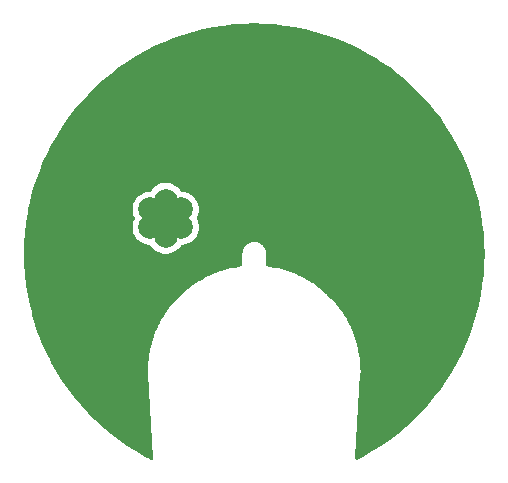
<source format=gtl>
%TF.GenerationSoftware,KiCad,Pcbnew,8.0.7*%
%TF.CreationDate,2024-12-04T21:31:05-06:00*%
%TF.ProjectId,b2,62322e6b-6963-4616-945f-706362585858,rev?*%
%TF.SameCoordinates,Original*%
%TF.FileFunction,Copper,L1,Top*%
%TF.FilePolarity,Positive*%
%FSLAX46Y46*%
G04 Gerber Fmt 4.6, Leading zero omitted, Abs format (unit mm)*
G04 Created by KiCad (PCBNEW 8.0.7) date 2024-12-04 21:31:05*
%MOMM*%
%LPD*%
G01*
G04 APERTURE LIST*
%TA.AperFunction,ComponentPad*%
%ADD10C,4.500000*%
%TD*%
%TA.AperFunction,ComponentPad*%
%ADD11C,1.000000*%
%TD*%
%TA.AperFunction,ComponentPad*%
%ADD12C,1.600000*%
%TD*%
%TA.AperFunction,ComponentPad*%
%ADD13C,2.000000*%
%TD*%
G04 APERTURE END LIST*
D10*
%TO.P,T1,1*%
%TO.N,GND*%
X100000000Y-44000000D03*
%TD*%
D11*
%TO.P,T21,1*%
%TO.N,GND*%
X93750000Y-34250000D03*
%TD*%
D12*
%TO.P,T18,1*%
%TO.N,GND*%
X90500000Y-65588457D03*
%TD*%
%TO.P,T16,1*%
%TO.N,GND*%
X109500000Y-65588457D03*
%TD*%
%TO.P,T20,1*%
%TO.N,GND*%
X82000000Y-50000000D03*
%TD*%
D13*
%TO.P,T51,1*%
%TO.N,+3V0*%
X92500000Y-45500000D03*
%TD*%
D12*
%TO.P,T19,1*%
%TO.N,GND*%
X84411542Y-59000000D03*
%TD*%
D13*
%TO.P,T53,1*%
%TO.N,+3V0*%
X93799038Y-47750000D03*
%TD*%
D11*
%TO.P,T21,1*%
%TO.N,GND*%
X96950000Y-45450000D03*
%TD*%
D12*
%TO.P,T21,1*%
%TO.N,GND*%
X84411542Y-41000000D03*
%TD*%
D13*
%TO.P,T54,1*%
%TO.N,+3V0*%
X92500000Y-48500000D03*
%TD*%
D11*
%TO.P,T21,1*%
%TO.N,GND*%
X101250000Y-39750000D03*
%TD*%
D13*
%TO.P,T52,1*%
%TO.N,+3V0*%
X93799038Y-46250000D03*
%TD*%
D12*
%TO.P,T13,1*%
%TO.N,GND*%
X115588457Y-41000000D03*
%TD*%
%TO.P,T22,1*%
%TO.N,GND*%
X91000000Y-34411542D03*
%TD*%
D13*
%TO.P,T56,1*%
%TO.N,+3V0*%
X91200961Y-46250000D03*
%TD*%
D11*
%TO.P,T21,1*%
%TO.N,GND*%
X93750000Y-39750000D03*
%TD*%
D12*
%TO.P,T14,1*%
%TO.N,GND*%
X118000000Y-50000000D03*
%TD*%
%TO.P,T15,1*%
%TO.N,GND*%
X115588457Y-59000000D03*
%TD*%
D13*
%TO.P,T51,1*%
%TO.N,+3V0*%
X92500000Y-47000000D03*
%TD*%
D12*
%TO.P,T12,1*%
%TO.N,GND*%
X109000000Y-34411542D03*
%TD*%
D11*
%TO.P,T21,1*%
%TO.N,GND*%
X101250000Y-34250000D03*
%TD*%
%TO.P,T21,1*%
%TO.N,GND*%
X98275000Y-47050000D03*
%TD*%
D13*
%TO.P,T55,1*%
%TO.N,+3V0*%
X91200961Y-47750000D03*
%TD*%
%TA.AperFunction,Conductor*%
%TO.N,GND*%
G36*
X100872098Y-30520199D02*
G01*
X100877594Y-30520446D01*
X101745187Y-30578940D01*
X101750651Y-30579432D01*
X102614719Y-30676790D01*
X102620184Y-30677530D01*
X103479023Y-30813556D01*
X103484438Y-30814538D01*
X104336306Y-30988960D01*
X104341680Y-30990187D01*
X105184874Y-31202653D01*
X105190224Y-31204130D01*
X106022980Y-31454195D01*
X106028223Y-31455897D01*
X106814621Y-31731070D01*
X106848980Y-31743093D01*
X106854189Y-31745049D01*
X107661170Y-32068753D01*
X107666273Y-32070934D01*
X108457928Y-32430520D01*
X108462903Y-32432916D01*
X109118756Y-32767089D01*
X109237665Y-32827676D01*
X109242565Y-32830313D01*
X109998799Y-33259415D01*
X110003566Y-33262263D01*
X110309450Y-33454462D01*
X110739786Y-33724860D01*
X110744430Y-33727926D01*
X111459160Y-34223093D01*
X111463662Y-34226364D01*
X112155434Y-34753080D01*
X112159784Y-34756549D01*
X112827253Y-35313791D01*
X112831439Y-35317448D01*
X113395238Y-35832783D01*
X113473245Y-35904085D01*
X113477267Y-35907931D01*
X114092067Y-36522731D01*
X114095913Y-36526753D01*
X114682535Y-37168543D01*
X114686196Y-37172733D01*
X115243449Y-37840213D01*
X115246918Y-37844564D01*
X115773644Y-38536349D01*
X115776915Y-38540851D01*
X116272065Y-39255558D01*
X116275131Y-39260202D01*
X116737735Y-39996432D01*
X116740589Y-40001209D01*
X117169686Y-40757434D01*
X117172323Y-40762334D01*
X117567066Y-41537059D01*
X117569480Y-41542073D01*
X117929064Y-42333725D01*
X117931251Y-42338842D01*
X118254954Y-43145825D01*
X118256909Y-43151034D01*
X118544091Y-43971749D01*
X118545811Y-43977042D01*
X118795866Y-44809767D01*
X118797347Y-44815131D01*
X119009805Y-45658293D01*
X119011043Y-45663718D01*
X119185454Y-46515530D01*
X119186447Y-46521005D01*
X119322461Y-47379769D01*
X119323208Y-47385283D01*
X119420562Y-48249309D01*
X119421061Y-48254852D01*
X119479550Y-49122372D01*
X119479800Y-49127931D01*
X119499311Y-49997217D01*
X119499311Y-50002781D01*
X119479800Y-50872067D01*
X119479550Y-50877626D01*
X119421061Y-51745146D01*
X119420562Y-51750689D01*
X119323208Y-52614715D01*
X119322461Y-52620229D01*
X119186447Y-53478993D01*
X119185454Y-53484468D01*
X119011043Y-54336280D01*
X119009805Y-54341705D01*
X118797347Y-55184867D01*
X118795866Y-55190231D01*
X118545811Y-56022956D01*
X118544091Y-56028249D01*
X118256909Y-56848964D01*
X118254954Y-56854173D01*
X117931251Y-57661156D01*
X117929064Y-57666273D01*
X117569480Y-58457925D01*
X117567066Y-58462939D01*
X117172323Y-59237664D01*
X117169686Y-59242564D01*
X116740589Y-59998789D01*
X116737735Y-60003566D01*
X116275131Y-60739796D01*
X116272065Y-60744440D01*
X115776915Y-61459147D01*
X115773644Y-61463649D01*
X115246918Y-62155434D01*
X115243449Y-62159785D01*
X114686196Y-62827265D01*
X114682535Y-62831455D01*
X114095913Y-63473245D01*
X114092067Y-63477267D01*
X113477267Y-64092067D01*
X113473245Y-64095913D01*
X112831444Y-64682546D01*
X112827253Y-64686207D01*
X112159784Y-65243449D01*
X112155434Y-65246918D01*
X111463662Y-65773634D01*
X111459160Y-65776905D01*
X110744430Y-66272072D01*
X110739786Y-66275138D01*
X110003576Y-66737729D01*
X109998799Y-66740583D01*
X109242565Y-67169685D01*
X109237665Y-67172322D01*
X108742907Y-67424414D01*
X108674238Y-67437310D01*
X108609497Y-67411034D01*
X108569240Y-67353927D01*
X108562835Y-67306499D01*
X108570889Y-67172322D01*
X108996455Y-60082375D01*
X108999431Y-60061827D01*
X109002458Y-60048766D01*
X109001211Y-60012288D01*
X109001362Y-60000628D01*
X109001472Y-59998799D01*
X109003549Y-59964214D01*
X109000861Y-59951077D01*
X108998416Y-59930457D01*
X108991043Y-59714621D01*
X108982461Y-59463414D01*
X108983961Y-59439513D01*
X108984799Y-59434302D01*
X108980242Y-59389976D01*
X108979665Y-59381541D01*
X108978144Y-59336998D01*
X108976603Y-59331944D01*
X108971861Y-59308457D01*
X108964838Y-59240141D01*
X108924903Y-58851682D01*
X108924769Y-58827730D01*
X108925249Y-58822476D01*
X108917677Y-58778563D01*
X108916525Y-58770177D01*
X108911969Y-58725854D01*
X108911968Y-58725852D01*
X108910087Y-58720917D01*
X108903754Y-58697811D01*
X108862832Y-58460471D01*
X108825734Y-58245309D01*
X108823964Y-58221421D01*
X108824085Y-58216141D01*
X108813531Y-58172835D01*
X108811813Y-58164563D01*
X108804242Y-58120650D01*
X108802029Y-58115857D01*
X108794132Y-58093234D01*
X108685416Y-57647115D01*
X108682019Y-57623399D01*
X108681779Y-57618123D01*
X108668300Y-57575656D01*
X108666014Y-57567499D01*
X108655465Y-57524208D01*
X108652932Y-57519581D01*
X108643512Y-57497554D01*
X108504601Y-57059881D01*
X108499594Y-57036451D01*
X108498995Y-57031214D01*
X108498995Y-57031210D01*
X108489829Y-57007968D01*
X108482648Y-56989755D01*
X108479813Y-56981780D01*
X108479813Y-56981779D01*
X108466334Y-56939310D01*
X108463479Y-56934847D01*
X108452585Y-56913522D01*
X108284135Y-56486365D01*
X108277541Y-56463337D01*
X108276584Y-56458140D01*
X108257451Y-56417909D01*
X108254078Y-56410144D01*
X108237726Y-56368680D01*
X108234581Y-56364433D01*
X108222251Y-56343894D01*
X108168038Y-56229901D01*
X108025044Y-55929229D01*
X108016894Y-55906702D01*
X108015585Y-55901583D01*
X108015582Y-55901577D01*
X107993739Y-55862729D01*
X107989850Y-55855224D01*
X107970713Y-55814985D01*
X107967288Y-55810965D01*
X107953585Y-55791317D01*
X107728533Y-55391060D01*
X107718865Y-55369142D01*
X107717213Y-55364134D01*
X107692764Y-55326859D01*
X107688385Y-55319659D01*
X107666537Y-55280801D01*
X107662844Y-55277023D01*
X107647832Y-55258355D01*
X107603149Y-55190231D01*
X107395992Y-54874395D01*
X107384851Y-54853188D01*
X107382859Y-54848300D01*
X107355933Y-54812793D01*
X107351051Y-54805877D01*
X107326613Y-54768618D01*
X107326612Y-54768617D01*
X107322669Y-54765099D01*
X107306420Y-54747500D01*
X107213946Y-54625555D01*
X107028968Y-54381624D01*
X107016405Y-54361226D01*
X107014085Y-54356488D01*
X107014084Y-54356487D01*
X107014084Y-54356486D01*
X106984799Y-54322900D01*
X106979457Y-54316333D01*
X106952535Y-54280831D01*
X106952531Y-54280827D01*
X106948353Y-54277583D01*
X106930940Y-54261133D01*
X106629176Y-53915055D01*
X106615245Y-53895556D01*
X106612606Y-53890985D01*
X106612606Y-53890984D01*
X106612605Y-53890983D01*
X106612604Y-53890981D01*
X106581102Y-53859480D01*
X106575322Y-53853291D01*
X106546037Y-53819706D01*
X106546036Y-53819705D01*
X106546035Y-53819704D01*
X106541643Y-53816751D01*
X106523153Y-53801531D01*
X106198468Y-53476846D01*
X106183243Y-53458348D01*
X106180297Y-53453966D01*
X106180294Y-53453963D01*
X106146697Y-53424668D01*
X106140524Y-53418902D01*
X106109017Y-53387394D01*
X106109015Y-53387392D01*
X106104433Y-53384747D01*
X106084946Y-53370824D01*
X105738861Y-53069053D01*
X105722410Y-53051638D01*
X105719171Y-53047467D01*
X105719172Y-53047467D01*
X105683671Y-53020546D01*
X105677104Y-53015203D01*
X105643521Y-52985920D01*
X105643519Y-52985919D01*
X105643517Y-52985918D01*
X105643515Y-52985916D01*
X105638760Y-52983587D01*
X105618374Y-52971030D01*
X105252498Y-52693577D01*
X105234899Y-52677328D01*
X105231382Y-52673386D01*
X105194122Y-52648947D01*
X105187207Y-52644066D01*
X105151702Y-52617142D01*
X105151700Y-52617141D01*
X105146804Y-52615145D01*
X105125600Y-52604004D01*
X104741644Y-52352166D01*
X104722975Y-52337154D01*
X104719200Y-52333464D01*
X104719199Y-52333463D01*
X104680370Y-52311630D01*
X104673147Y-52307238D01*
X104635867Y-52282787D01*
X104630841Y-52281128D01*
X104608931Y-52271462D01*
X104208684Y-52046415D01*
X104189034Y-52032711D01*
X104185015Y-52029286D01*
X104144760Y-52010141D01*
X104137253Y-52006251D01*
X104098418Y-51984415D01*
X104098414Y-51984414D01*
X104093300Y-51983106D01*
X104070773Y-51974955D01*
X103656102Y-51777746D01*
X103635567Y-51765419D01*
X103631316Y-51762271D01*
X103631312Y-51762269D01*
X103589861Y-51745923D01*
X103582096Y-51742551D01*
X103541860Y-51723416D01*
X103541861Y-51723416D01*
X103539670Y-51723012D01*
X103536665Y-51722459D01*
X103513640Y-51715865D01*
X103086471Y-51547411D01*
X103065139Y-51536512D01*
X103063371Y-51535381D01*
X103060690Y-51533666D01*
X103018214Y-51520185D01*
X103010238Y-51517350D01*
X102968793Y-51501006D01*
X102968791Y-51501005D01*
X102968790Y-51501005D01*
X102968789Y-51501004D01*
X102968786Y-51501004D01*
X102963544Y-51500405D01*
X102940117Y-51495398D01*
X102502454Y-51356490D01*
X102480426Y-51347070D01*
X102475794Y-51344534D01*
X102475790Y-51344533D01*
X102432497Y-51333983D01*
X102424344Y-51331699D01*
X102381876Y-51318220D01*
X102376598Y-51317980D01*
X102352892Y-51314583D01*
X102041990Y-51238819D01*
X101906768Y-51205867D01*
X101884150Y-51197973D01*
X101879357Y-51195760D01*
X101879344Y-51195756D01*
X101835421Y-51188182D01*
X101827135Y-51186461D01*
X101783855Y-51175914D01*
X101778578Y-51176035D01*
X101754688Y-51174264D01*
X101307600Y-51097178D01*
X101283518Y-51090352D01*
X101282673Y-51090136D01*
X101233020Y-51084156D01*
X101226778Y-51083243D01*
X101177528Y-51074751D01*
X101176689Y-51074718D01*
X101151636Y-51074356D01*
X101109675Y-51069303D01*
X101045470Y-51041744D01*
X101006356Y-50983849D01*
X101000500Y-50946192D01*
X101000500Y-50037199D01*
X101001377Y-50022478D01*
X101004783Y-49993991D01*
X101001762Y-49972978D01*
X101000500Y-49955333D01*
X101000500Y-49934109D01*
X101000499Y-49934105D01*
X100993074Y-49906394D01*
X100990111Y-49891954D01*
X100985663Y-49861013D01*
X100984481Y-49847796D01*
X100984242Y-49841125D01*
X100984243Y-49841118D01*
X100974544Y-49783439D01*
X100974098Y-49780579D01*
X100974094Y-49780553D01*
X100965774Y-49722682D01*
X100965772Y-49722678D01*
X100964149Y-49716898D01*
X100962390Y-49711160D01*
X100962390Y-49711158D01*
X100938104Y-49657978D01*
X100936923Y-49655309D01*
X100913897Y-49601538D01*
X100913896Y-49601537D01*
X100913895Y-49601534D01*
X100911877Y-49598133D01*
X100900863Y-49574014D01*
X100899614Y-49570261D01*
X100874047Y-49517631D01*
X100872788Y-49514958D01*
X100848526Y-49461830D01*
X100848526Y-49461829D01*
X100848524Y-49461826D01*
X100845339Y-49456739D01*
X100842030Y-49451721D01*
X100842030Y-49451720D01*
X100803705Y-49407491D01*
X100801845Y-49405292D01*
X100764621Y-49360207D01*
X100761718Y-49357504D01*
X100744359Y-49337470D01*
X100742099Y-49334215D01*
X100702766Y-49290948D01*
X100700806Y-49288739D01*
X100662531Y-49244567D01*
X100658028Y-49240571D01*
X100653461Y-49236708D01*
X100653454Y-49236704D01*
X100653453Y-49236702D01*
X100604276Y-49205097D01*
X100601826Y-49203481D01*
X100553391Y-49170700D01*
X100549846Y-49168926D01*
X100527550Y-49154596D01*
X100524466Y-49152110D01*
X100474545Y-49121681D01*
X100472047Y-49120118D01*
X100422865Y-49088511D01*
X100417438Y-49085954D01*
X100411941Y-49083522D01*
X100355862Y-49067056D01*
X100353043Y-49066191D01*
X100297344Y-49048386D01*
X100293420Y-49047678D01*
X100268002Y-49040212D01*
X100264343Y-49038696D01*
X100207841Y-49023556D01*
X100205002Y-49022759D01*
X100148942Y-49006298D01*
X100142998Y-49005371D01*
X100137050Y-49004589D01*
X100137049Y-49004589D01*
X100078607Y-49004589D01*
X100075656Y-49004554D01*
X100068822Y-49004391D01*
X100017194Y-49003162D01*
X100017193Y-49003162D01*
X100017187Y-49003162D01*
X100013242Y-49003586D01*
X99986758Y-49003586D01*
X99982812Y-49003162D01*
X99982806Y-49003162D01*
X99932164Y-49004367D01*
X99924344Y-49004554D01*
X99921393Y-49004589D01*
X99862942Y-49004589D01*
X99857060Y-49005362D01*
X99851063Y-49006298D01*
X99851059Y-49006298D01*
X99851059Y-49006299D01*
X99824196Y-49014186D01*
X99795006Y-49022757D01*
X99792169Y-49023553D01*
X99735658Y-49038696D01*
X99731991Y-49040215D01*
X99706582Y-49047677D01*
X99702668Y-49048383D01*
X99702659Y-49048386D01*
X99646959Y-49066191D01*
X99644148Y-49067052D01*
X99588061Y-49083521D01*
X99582548Y-49085959D01*
X99577131Y-49088512D01*
X99527960Y-49120112D01*
X99525462Y-49121676D01*
X99475534Y-49152110D01*
X99472439Y-49154604D01*
X99450153Y-49168926D01*
X99446607Y-49170700D01*
X99398181Y-49203476D01*
X99395721Y-49205098D01*
X99346547Y-49236700D01*
X99341967Y-49240574D01*
X99337465Y-49244570D01*
X99299195Y-49288736D01*
X99297239Y-49290941D01*
X99257895Y-49334221D01*
X99255623Y-49337493D01*
X99238289Y-49357495D01*
X99235384Y-49360200D01*
X99198157Y-49405286D01*
X99196255Y-49407535D01*
X99157963Y-49451728D01*
X99154680Y-49456704D01*
X99151473Y-49461828D01*
X99127187Y-49515007D01*
X99125931Y-49517672D01*
X99100386Y-49570261D01*
X99099130Y-49574034D01*
X99088126Y-49598128D01*
X99086100Y-49601541D01*
X99063075Y-49655309D01*
X99061883Y-49658003D01*
X99037609Y-49711156D01*
X99035856Y-49716874D01*
X99034225Y-49722687D01*
X99025904Y-49780553D01*
X99025450Y-49783465D01*
X99015755Y-49841114D01*
X99015517Y-49847806D01*
X99014334Y-49861029D01*
X99009887Y-49891955D01*
X99006924Y-49906398D01*
X98999500Y-49934102D01*
X98999500Y-49955331D01*
X98998238Y-49972978D01*
X98995216Y-49993990D01*
X98998623Y-50022478D01*
X98999500Y-50037199D01*
X98999500Y-50946192D01*
X98979815Y-51013231D01*
X98927011Y-51058986D01*
X98890325Y-51069303D01*
X98848363Y-51074356D01*
X98823351Y-51074716D01*
X98822468Y-51074751D01*
X98773203Y-51083245D01*
X98766963Y-51084158D01*
X98717328Y-51090136D01*
X98716518Y-51090343D01*
X98692406Y-51097176D01*
X98245310Y-51174264D01*
X98221420Y-51176035D01*
X98216141Y-51175914D01*
X98216139Y-51175915D01*
X98172852Y-51186463D01*
X98164568Y-51188184D01*
X98120652Y-51195756D01*
X98120650Y-51195757D01*
X98115849Y-51197974D01*
X98093235Y-51205866D01*
X97647112Y-51314583D01*
X97623402Y-51317980D01*
X97618124Y-51318220D01*
X97575647Y-51331702D01*
X97567495Y-51333986D01*
X97524207Y-51344535D01*
X97519564Y-51347076D01*
X97497553Y-51356486D01*
X97059880Y-51495398D01*
X97036455Y-51500405D01*
X97031211Y-51501004D01*
X96989758Y-51517350D01*
X96981788Y-51520183D01*
X96939308Y-51533666D01*
X96939303Y-51533669D01*
X96934848Y-51536519D01*
X96913526Y-51547412D01*
X96486363Y-51715864D01*
X96463343Y-51722457D01*
X96458143Y-51723415D01*
X96458139Y-51723416D01*
X96435988Y-51733950D01*
X96417896Y-51742554D01*
X96410143Y-51745922D01*
X96368680Y-51762273D01*
X96364431Y-51765420D01*
X96343899Y-51777745D01*
X95929230Y-51974953D01*
X95906711Y-51983102D01*
X95901585Y-51984413D01*
X95901584Y-51984413D01*
X95862726Y-52006261D01*
X95855216Y-52010152D01*
X95814990Y-52029284D01*
X95814976Y-52029293D01*
X95810959Y-52032716D01*
X95791318Y-52046412D01*
X95391063Y-52271463D01*
X95369158Y-52281128D01*
X95364136Y-52282785D01*
X95326873Y-52307225D01*
X95319646Y-52311619D01*
X95280803Y-52333461D01*
X95280800Y-52333463D01*
X95277017Y-52337161D01*
X95258358Y-52352164D01*
X94874393Y-52604007D01*
X94853197Y-52615144D01*
X94848304Y-52617138D01*
X94848296Y-52617142D01*
X94812790Y-52644067D01*
X94805879Y-52648946D01*
X94768619Y-52673385D01*
X94768614Y-52673390D01*
X94765098Y-52677331D01*
X94747503Y-52693576D01*
X94381624Y-52971030D01*
X94361238Y-52983588D01*
X94356490Y-52985913D01*
X94356484Y-52985917D01*
X94322901Y-53015199D01*
X94316337Y-53020539D01*
X94280832Y-53047463D01*
X94280824Y-53047471D01*
X94277580Y-53051650D01*
X94261136Y-53069055D01*
X93915053Y-53370824D01*
X93895570Y-53384745D01*
X93890985Y-53387392D01*
X93890984Y-53387393D01*
X93859468Y-53418908D01*
X93853285Y-53424682D01*
X93819705Y-53453963D01*
X93819697Y-53453972D01*
X93816750Y-53458356D01*
X93801531Y-53476845D01*
X93476844Y-53801532D01*
X93458355Y-53816751D01*
X93453966Y-53819701D01*
X93453966Y-53819702D01*
X93424680Y-53853287D01*
X93418907Y-53859469D01*
X93387393Y-53890985D01*
X93387389Y-53890990D01*
X93384744Y-53895571D01*
X93370825Y-53915050D01*
X93069052Y-54261138D01*
X93051651Y-54277578D01*
X93047475Y-54280820D01*
X93047464Y-54280832D01*
X93020549Y-54316325D01*
X93015208Y-54322891D01*
X92985915Y-54356486D01*
X92985914Y-54356488D01*
X92983588Y-54361238D01*
X92971030Y-54381624D01*
X92693574Y-54747504D01*
X92677335Y-54765094D01*
X92673389Y-54768615D01*
X92673384Y-54768621D01*
X92648947Y-54805878D01*
X92644066Y-54812793D01*
X92617140Y-54848300D01*
X92617139Y-54848302D01*
X92615145Y-54853196D01*
X92604005Y-54874397D01*
X92352164Y-55258357D01*
X92337161Y-55277016D01*
X92333467Y-55280795D01*
X92333461Y-55280803D01*
X92311626Y-55319634D01*
X92307233Y-55326859D01*
X92282788Y-55364131D01*
X92282786Y-55364135D01*
X92281131Y-55369152D01*
X92271463Y-55391066D01*
X92046414Y-55791316D01*
X92032717Y-55810958D01*
X92029286Y-55814984D01*
X92029284Y-55814987D01*
X92010143Y-55855233D01*
X92006252Y-55862743D01*
X91984415Y-55901581D01*
X91984412Y-55901589D01*
X91983103Y-55906708D01*
X91974954Y-55929226D01*
X91777745Y-56343898D01*
X91765424Y-56364425D01*
X91762271Y-56368682D01*
X91762271Y-56368683D01*
X91745917Y-56410151D01*
X91742547Y-56417908D01*
X91723416Y-56458137D01*
X91723414Y-56458144D01*
X91722457Y-56463340D01*
X91715865Y-56486359D01*
X91547412Y-56913528D01*
X91536516Y-56934854D01*
X91533669Y-56939303D01*
X91533663Y-56939317D01*
X91520186Y-56981779D01*
X91517352Y-56989755D01*
X91501004Y-57031210D01*
X91500405Y-57036455D01*
X91495398Y-57059881D01*
X91356490Y-57497545D01*
X91347073Y-57519569D01*
X91344534Y-57524207D01*
X91333981Y-57567509D01*
X91331698Y-57575656D01*
X91318221Y-57618122D01*
X91318220Y-57618125D01*
X91317980Y-57623400D01*
X91314583Y-57647109D01*
X91205866Y-58093234D01*
X91197976Y-58115845D01*
X91195756Y-58120652D01*
X91188184Y-58164568D01*
X91186463Y-58172852D01*
X91175915Y-58216139D01*
X91175914Y-58216141D01*
X91176035Y-58221420D01*
X91174264Y-58245310D01*
X91096244Y-58697812D01*
X91089917Y-58720904D01*
X91088031Y-58725852D01*
X91083472Y-58770191D01*
X91082319Y-58778575D01*
X91074751Y-58822469D01*
X91074751Y-58822481D01*
X91075231Y-58827741D01*
X91075094Y-58851688D01*
X91028136Y-59308464D01*
X91023399Y-59331934D01*
X91021857Y-59336993D01*
X91021856Y-59336996D01*
X91020333Y-59381551D01*
X91019755Y-59389991D01*
X91015200Y-59434301D01*
X91015200Y-59434302D01*
X91016038Y-59439511D01*
X91017537Y-59463422D01*
X91001582Y-59930460D01*
X90999138Y-59951077D01*
X90996451Y-59964211D01*
X90996450Y-59964217D01*
X90998636Y-60000634D01*
X90998787Y-60012291D01*
X90997542Y-60048764D01*
X90997542Y-60048766D01*
X91000566Y-60061819D01*
X91000568Y-60061827D01*
X91003543Y-60082379D01*
X91437163Y-67306500D01*
X91421531Y-67374599D01*
X91371563Y-67423435D01*
X91303125Y-67437505D01*
X91257092Y-67424415D01*
X91025668Y-67306499D01*
X90762334Y-67172323D01*
X90757434Y-67169686D01*
X90001209Y-66740589D01*
X89996432Y-66737735D01*
X89260202Y-66275131D01*
X89255558Y-66272065D01*
X88540851Y-65776915D01*
X88536349Y-65773644D01*
X87844564Y-65246918D01*
X87840213Y-65243449D01*
X87383424Y-64862094D01*
X87172731Y-64686194D01*
X87168543Y-64682535D01*
X86526753Y-64095913D01*
X86522731Y-64092067D01*
X85907931Y-63477267D01*
X85904085Y-63473245D01*
X85317452Y-62831444D01*
X85313791Y-62827253D01*
X84756549Y-62159784D01*
X84753080Y-62155434D01*
X84226364Y-61463662D01*
X84223093Y-61459160D01*
X83727926Y-60744430D01*
X83724860Y-60739786D01*
X83305249Y-60071978D01*
X83262263Y-60003566D01*
X83259415Y-59998799D01*
X83239792Y-59964217D01*
X82830312Y-59242564D01*
X82827676Y-59237665D01*
X82678380Y-58944654D01*
X82432916Y-58462903D01*
X82430519Y-58457925D01*
X82070934Y-57666273D01*
X82068753Y-57661170D01*
X81745049Y-56854189D01*
X81743093Y-56848980D01*
X81730539Y-56813103D01*
X81455897Y-56028223D01*
X81454195Y-56022980D01*
X81204130Y-55190224D01*
X81202651Y-55184867D01*
X81143923Y-54951798D01*
X80990187Y-54341680D01*
X80988960Y-54336306D01*
X80814538Y-53484438D01*
X80813556Y-53479023D01*
X80677530Y-52620184D01*
X80676790Y-52614715D01*
X80579432Y-51750651D01*
X80578940Y-51745187D01*
X80520446Y-50877594D01*
X80520199Y-50872098D01*
X80500687Y-50002762D01*
X80500687Y-49997217D01*
X80520199Y-49127898D01*
X80520446Y-49122406D01*
X80578940Y-48254807D01*
X80579432Y-48249351D01*
X80676791Y-47385273D01*
X80677529Y-47379820D01*
X80813557Y-46520967D01*
X80814536Y-46515568D01*
X80868913Y-46249994D01*
X89695318Y-46249994D01*
X89695318Y-46250005D01*
X89715851Y-46497812D01*
X89715853Y-46497824D01*
X89776898Y-46738881D01*
X89869586Y-46950190D01*
X89878489Y-47019490D01*
X89869586Y-47049810D01*
X89776898Y-47261118D01*
X89715853Y-47502175D01*
X89715851Y-47502187D01*
X89695318Y-47749994D01*
X89695318Y-47750005D01*
X89715851Y-47997812D01*
X89715853Y-47997824D01*
X89776897Y-48238881D01*
X89876787Y-48466606D01*
X90012794Y-48674782D01*
X90012797Y-48674785D01*
X90181217Y-48857738D01*
X90377452Y-49010474D01*
X90405397Y-49025597D01*
X90589367Y-49125157D01*
X90596151Y-49128828D01*
X90831347Y-49209571D01*
X91076626Y-49250500D01*
X91130864Y-49250500D01*
X91197903Y-49270185D01*
X91234672Y-49306677D01*
X91311836Y-49424785D01*
X91480256Y-49607738D01*
X91676491Y-49760474D01*
X91716310Y-49782023D01*
X91836637Y-49847141D01*
X91895190Y-49878828D01*
X92130386Y-49959571D01*
X92375665Y-50000500D01*
X92624335Y-50000500D01*
X92869614Y-49959571D01*
X93104810Y-49878828D01*
X93323509Y-49760474D01*
X93519744Y-49607738D01*
X93688164Y-49424785D01*
X93765327Y-49306677D01*
X93818474Y-49261322D01*
X93869136Y-49250500D01*
X93923373Y-49250500D01*
X94168652Y-49209571D01*
X94403848Y-49128828D01*
X94622547Y-49010474D01*
X94818782Y-48857738D01*
X94987202Y-48674785D01*
X95123211Y-48466607D01*
X95223101Y-48238881D01*
X95284146Y-47997821D01*
X95304681Y-47750000D01*
X95284146Y-47502179D01*
X95253844Y-47382520D01*
X95223101Y-47261118D01*
X95130412Y-47049810D01*
X95121509Y-46980510D01*
X95130412Y-46950190D01*
X95223101Y-46738881D01*
X95284145Y-46497824D01*
X95284146Y-46497821D01*
X95284147Y-46497812D01*
X95304681Y-46250005D01*
X95304681Y-46249994D01*
X95284147Y-46002187D01*
X95284145Y-46002175D01*
X95223101Y-45761118D01*
X95123211Y-45533393D01*
X94987204Y-45325217D01*
X94965595Y-45301744D01*
X94818782Y-45142262D01*
X94622547Y-44989526D01*
X94622545Y-44989525D01*
X94622544Y-44989524D01*
X94403849Y-44871172D01*
X94403840Y-44871169D01*
X94168654Y-44790429D01*
X93923373Y-44749500D01*
X93869136Y-44749500D01*
X93802097Y-44729815D01*
X93765327Y-44693322D01*
X93710769Y-44609815D01*
X93688164Y-44575215D01*
X93519744Y-44392262D01*
X93323509Y-44239526D01*
X93323507Y-44239525D01*
X93323506Y-44239524D01*
X93104811Y-44121172D01*
X93104802Y-44121169D01*
X92869616Y-44040429D01*
X92624335Y-43999500D01*
X92375665Y-43999500D01*
X92130383Y-44040429D01*
X91895197Y-44121169D01*
X91895188Y-44121172D01*
X91676493Y-44239524D01*
X91480257Y-44392261D01*
X91311836Y-44575215D01*
X91234673Y-44693322D01*
X91181526Y-44738678D01*
X91130864Y-44749500D01*
X91076626Y-44749500D01*
X90831344Y-44790429D01*
X90596158Y-44871169D01*
X90596149Y-44871172D01*
X90377454Y-44989524D01*
X90181218Y-45142261D01*
X90012794Y-45325217D01*
X89876787Y-45533393D01*
X89776897Y-45761118D01*
X89715853Y-46002175D01*
X89715851Y-46002187D01*
X89695318Y-46249994D01*
X80868913Y-46249994D01*
X80988962Y-45663683D01*
X80990185Y-45658327D01*
X81202656Y-44815112D01*
X81204132Y-44809767D01*
X81209939Y-44790429D01*
X81454199Y-43977004D01*
X81455893Y-43971788D01*
X81743097Y-43151005D01*
X81745049Y-43145809D01*
X81909600Y-42735590D01*
X82068757Y-42338817D01*
X82070934Y-42333725D01*
X82430528Y-41542053D01*
X82432907Y-41537112D01*
X82827683Y-40762318D01*
X82830305Y-40757447D01*
X83259429Y-40001175D01*
X83262263Y-39996432D01*
X83724873Y-39260191D01*
X83727912Y-39255588D01*
X84223098Y-38540830D01*
X84226364Y-38536336D01*
X84753099Y-37844539D01*
X84756549Y-37840214D01*
X85313791Y-37172745D01*
X85317428Y-37168581D01*
X85904106Y-36526730D01*
X85907909Y-36522753D01*
X86522753Y-35907909D01*
X86526730Y-35904106D01*
X87168570Y-35317439D01*
X87172705Y-35313826D01*
X87840237Y-34756529D01*
X87844539Y-34753099D01*
X88536356Y-34226348D01*
X88540851Y-34223083D01*
X88842515Y-34014090D01*
X89255578Y-33727919D01*
X89260181Y-33724880D01*
X89996456Y-33262248D01*
X90001185Y-33259423D01*
X90757448Y-32830304D01*
X90762319Y-32827682D01*
X91537095Y-32432914D01*
X91542035Y-32430535D01*
X92333728Y-32070932D01*
X92338842Y-32068747D01*
X92579895Y-31972054D01*
X93145830Y-31745042D01*
X93151034Y-31743089D01*
X93971749Y-31455907D01*
X93977004Y-31454199D01*
X94809786Y-31204126D01*
X94815112Y-31202656D01*
X95658327Y-30990185D01*
X95663683Y-30988962D01*
X96515568Y-30814536D01*
X96520967Y-30813557D01*
X97379800Y-30677532D01*
X97385253Y-30676794D01*
X98249352Y-30579432D01*
X98254808Y-30578940D01*
X99122406Y-30520446D01*
X99127898Y-30520199D01*
X99997238Y-30500687D01*
X100002762Y-30500687D01*
X100872098Y-30520199D01*
G37*
%TD.AperFunction*%
%TD*%
M02*

</source>
